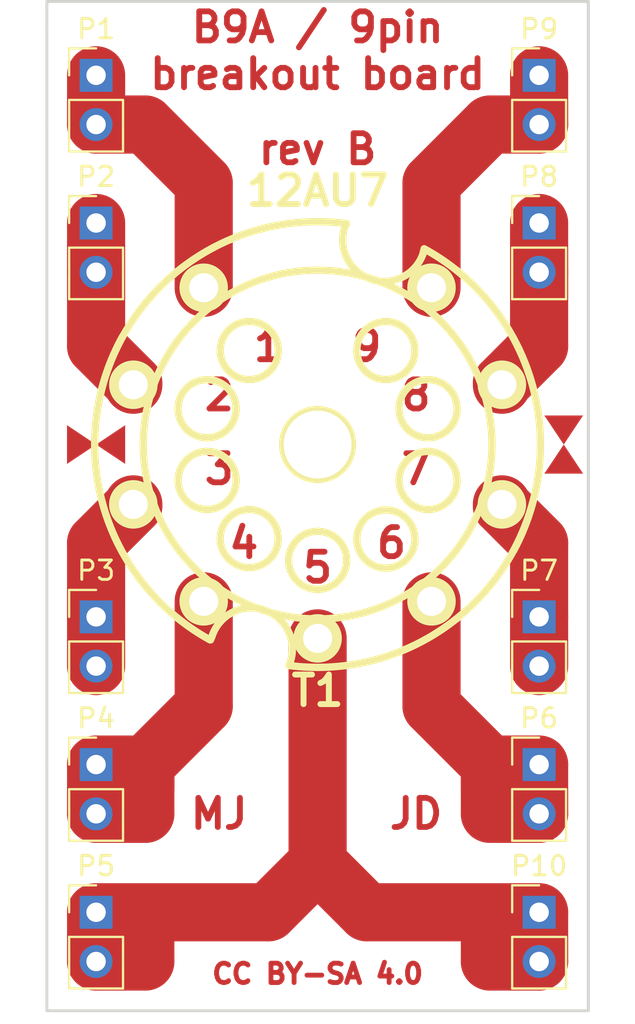
<source format=kicad_pcb>
(kicad_pcb (version 4) (host pcbnew 4.0.5)

  (general
    (links 20)
    (no_connects 0)
    (area 124.976667 73.305 159.503334 127.455)
    (thickness 1.6)
    (drawings 25)
    (tracks 55)
    (zones 0)
    (modules 13)
    (nets 10)
  )

  (page USLetter)
  (title_block
    (title "B9A Breakout Board")
    (date 2017-02-04)
    (rev B)
    (comment 1 "Designed by Michael Jeanson")
    (comment 3 https://creativecommons.org/licenses/by-sa/4.0/)
    (comment 4 "Released under the Creative Commons Attribution-ShareAlike 4.0 License")
  )

  (layers
    (0 F.Cu signal)
    (31 B.Cu signal)
    (32 B.Adhes user)
    (33 F.Adhes user)
    (34 B.Paste user)
    (35 F.Paste user)
    (36 B.SilkS user)
    (37 F.SilkS user)
    (38 B.Mask user)
    (39 F.Mask user)
    (40 Dwgs.User user)
    (41 Cmts.User user)
    (42 Eco1.User user)
    (43 Eco2.User user)
    (44 Edge.Cuts user)
    (45 Margin user)
    (46 B.CrtYd user)
    (47 F.CrtYd user)
    (48 B.Fab user)
    (49 F.Fab user)
  )

  (setup
    (last_trace_width 2)
    (trace_clearance 1)
    (zone_clearance 0.508)
    (zone_45_only no)
    (trace_min 1)
    (segment_width 0.2)
    (edge_width 0.15)
    (via_size 0.6)
    (via_drill 0.4)
    (via_min_size 0.4)
    (via_min_drill 0.3)
    (uvia_size 1)
    (uvia_drill 0.1)
    (uvias_allowed no)
    (uvia_min_size 0.2)
    (uvia_min_drill 0.1)
    (pcb_text_width 0.3)
    (pcb_text_size 1.5 1.5)
    (mod_edge_width 0.15)
    (mod_text_size 1 1)
    (mod_text_width 0.15)
    (pad_size 1.524 1.524)
    (pad_drill 0.762)
    (pad_to_mask_clearance 0.2)
    (aux_axis_origin 0 0)
    (visible_elements 7FFFFFFF)
    (pcbplotparams
      (layerselection 0x00030_80000001)
      (usegerberextensions false)
      (excludeedgelayer true)
      (linewidth 0.100000)
      (plotframeref false)
      (viasonmask false)
      (mode 1)
      (useauxorigin false)
      (hpglpennumber 1)
      (hpglpenspeed 20)
      (hpglpendiameter 15)
      (hpglpenoverlay 2)
      (psnegative false)
      (psa4output false)
      (plotreference true)
      (plotvalue true)
      (plotinvisibletext false)
      (padsonsilk false)
      (subtractmaskfromsilk false)
      (outputformat 1)
      (mirror false)
      (drillshape 1)
      (scaleselection 1)
      (outputdirectory ""))
  )

  (net 0 "")
  (net 1 "Net-(P1-Pad1)")
  (net 2 "Net-(P2-Pad1)")
  (net 3 "Net-(P3-Pad1)")
  (net 4 "Net-(P4-Pad1)")
  (net 5 "Net-(P6-Pad1)")
  (net 6 "Net-(P7-Pad1)")
  (net 7 "Net-(P8-Pad1)")
  (net 8 "Net-(P9-Pad1)")
  (net 9 "Net-(P10-Pad1)")

  (net_class Default "This is the default net class."
    (clearance 1)
    (trace_width 2)
    (via_dia 0.6)
    (via_drill 0.4)
    (uvia_dia 1)
    (uvia_drill 0.1)
  )

  (net_class Etch ""
    (clearance 1)
    (trace_width 3)
    (via_dia 4)
    (via_drill 1)
    (uvia_dia 4)
    (uvia_drill 1)
    (add_net "Net-(P1-Pad1)")
    (add_net "Net-(P10-Pad1)")
    (add_net "Net-(P2-Pad1)")
    (add_net "Net-(P3-Pad1)")
    (add_net "Net-(P4-Pad1)")
    (add_net "Net-(P6-Pad1)")
    (add_net "Net-(P7-Pad1)")
    (add_net "Net-(P8-Pad1)")
    (add_net "Net-(P9-Pad1)")
  )

  (module w_vacuum:socket_gzc9-b (layer F.Cu) (tedit 0) (tstamp 58952A7D)
    (at 142.24 96.52 180)
    (descr "GZC9-B 9-pin vacuum tube socket")
    (path /589529E0)
    (fp_text reference T1 (at 0 -12.7 180) (layer F.SilkS)
      (effects (font (thickness 0.3048)))
    )
    (fp_text value 12AU7 (at 0 13.09878 180) (layer F.SilkS)
      (effects (font (thickness 0.3048)))
    )
    (fp_circle (center -5.69976 -1.85166) (end -4.20116 -1.85166) (layer F.SilkS) (width 0.37846))
    (fp_circle (center -3.52298 -4.87426) (end -2.02438 -4.87426) (layer F.SilkS) (width 0.37846))
    (fp_circle (center -0.00254 -5.97408) (end 1.49606 -5.97408) (layer F.SilkS) (width 0.37846))
    (fp_circle (center 3.52806 -4.84886) (end 5.02666 -4.84886) (layer F.SilkS) (width 0.37846))
    (fp_circle (center 5.69976 -1.84912) (end 7.19836 -1.84912) (layer F.SilkS) (width 0.37846))
    (fp_circle (center 5.7023 1.84912) (end 7.2009 1.84912) (layer F.SilkS) (width 0.37846))
    (fp_circle (center 3.52552 4.8514) (end 5.02412 4.8514) (layer F.SilkS) (width 0.37846))
    (fp_circle (center -3.52298 4.8514) (end -2.02438 4.8514) (layer F.SilkS) (width 0.37846))
    (fp_circle (center -5.69976 1.84912) (end -4.20116 1.84912) (layer F.SilkS) (width 0.37846))
    (fp_line (start -5.4991 10.09904) (end -5.42544 9.79932) (layer F.SilkS) (width 0.37846))
    (fp_line (start -1.50114 11.39952) (end -1.39954 11.19886) (layer F.SilkS) (width 0.37846))
    (fp_line (start 5.5245 -10.07618) (end 5.45084 -9.90092) (layer F.SilkS) (width 0.37846))
    (fp_line (start 1.47574 -11.39952) (end 1.39954 -11.19886) (layer F.SilkS) (width 0.37846))
    (fp_arc (start 0 0) (end 11.39952 1.50114) (angle 90) (layer F.SilkS) (width 0.37846))
    (fp_arc (start 0 0) (end 5.5499 -10.07618) (angle 90) (layer F.SilkS) (width 0.37846))
    (fp_arc (start 0 0) (end -11.39952 -1.47574) (angle 90) (layer F.SilkS) (width 0.37846))
    (fp_arc (start 0 0) (end -5.4991 10.09904) (angle 90) (layer F.SilkS) (width 0.37846))
    (fp_arc (start -3.42392 10.55116) (end -5.45084 9.87552) (angle 90) (layer F.SilkS) (width 0.37846))
    (fp_arc (start -3.42392 10.55116) (end -2.77622 8.52424) (angle 90) (layer F.SilkS) (width 0.37846))
    (fp_arc (start 3.42392 -10.55116) (end 5.45084 -9.90092) (angle 90) (layer F.SilkS) (width 0.37846))
    (fp_arc (start 3.42392 -10.55116) (end 2.79908 -8.52424) (angle 90) (layer F.SilkS) (width 0.37846))
    (fp_circle (center 0 0) (end 1.80086 0) (layer F.SilkS) (width 0.37846))
    (fp_circle (center 0 0) (end 8.99668 0) (layer F.SilkS) (width 0.37846))
    (pad 9 thru_hole circle (at -5.87756 8.0899 180) (size 2.49936 2.49936) (drill 1.4986) (layers *.Cu *.Mask F.SilkS)
      (net 8 "Net-(P9-Pad1)"))
    (pad 8 thru_hole circle (at -9.50976 3.0861 180) (size 2.49936 2.49936) (drill 1.4986) (layers *.Cu *.Mask F.SilkS)
      (net 7 "Net-(P8-Pad1)"))
    (pad 7 thru_hole circle (at -9.50976 -3.0861 180) (size 2.49936 2.49936) (drill 1.4986) (layers *.Cu *.Mask F.SilkS)
      (net 6 "Net-(P7-Pad1)"))
    (pad 6 thru_hole circle (at -5.87756 -8.0899 180) (size 2.49936 2.49936) (drill 1.4986) (layers *.Cu *.Mask F.SilkS)
      (net 5 "Net-(P6-Pad1)"))
    (pad 5 thru_hole circle (at 0 -9.99998 180) (size 2.49936 2.49936) (drill 1.4986) (layers *.Cu *.Mask F.SilkS)
      (net 9 "Net-(P10-Pad1)"))
    (pad 4 thru_hole circle (at 5.87756 -8.0899 180) (size 2.49936 2.49936) (drill 1.4986) (layers *.Cu *.Mask F.SilkS)
      (net 4 "Net-(P4-Pad1)"))
    (pad 3 thru_hole circle (at 9.50976 -3.0861 180) (size 2.49936 2.49936) (drill 1.4986) (layers *.Cu *.Mask F.SilkS)
      (net 3 "Net-(P3-Pad1)"))
    (pad 2 thru_hole circle (at 9.50976 3.0861 180) (size 2.49936 2.49936) (drill 1.4986) (layers *.Cu *.Mask F.SilkS)
      (net 2 "Net-(P2-Pad1)"))
    (pad 1 thru_hole circle (at 5.87756 8.0899 180) (size 2.49936 2.49936) (drill 1.4986) (layers *.Cu *.Mask F.SilkS)
      (net 1 "Net-(P1-Pad1)"))
    (pad "" np_thru_hole circle (at 0 0 180) (size 3.49758 3.49758) (drill 3.49758) (layers *.Cu *.Mask F.SilkS))
    (model walter/vacuum/socket_gzc9-b.wrl
      (at (xyz 0 0 0))
      (scale (xyz 1 1 1))
      (rotate (xyz 0 0 0))
    )
  )

  (module Pin_Headers:Pin_Header_Straight_1x02_Pitch2.54mm (layer F.Cu) (tedit 5862ED52) (tstamp 58953A6A)
    (at 130.81 77.47)
    (descr "Through hole straight pin header, 1x02, 2.54mm pitch, single row")
    (tags "Through hole pin header THT 1x02 2.54mm single row")
    (path /58953882)
    (fp_text reference P1 (at 0 -2.39) (layer F.SilkS)
      (effects (font (size 1 1) (thickness 0.15)))
    )
    (fp_text value CONN_01X02 (at 0 4.93) (layer F.Fab)
      (effects (font (size 1 1) (thickness 0.15)))
    )
    (fp_line (start -1.27 -1.27) (end -1.27 3.81) (layer F.Fab) (width 0.1))
    (fp_line (start -1.27 3.81) (end 1.27 3.81) (layer F.Fab) (width 0.1))
    (fp_line (start 1.27 3.81) (end 1.27 -1.27) (layer F.Fab) (width 0.1))
    (fp_line (start 1.27 -1.27) (end -1.27 -1.27) (layer F.Fab) (width 0.1))
    (fp_line (start -1.39 1.27) (end -1.39 3.93) (layer F.SilkS) (width 0.12))
    (fp_line (start -1.39 3.93) (end 1.39 3.93) (layer F.SilkS) (width 0.12))
    (fp_line (start 1.39 3.93) (end 1.39 1.27) (layer F.SilkS) (width 0.12))
    (fp_line (start 1.39 1.27) (end -1.39 1.27) (layer F.SilkS) (width 0.12))
    (fp_line (start -1.39 0) (end -1.39 -1.39) (layer F.SilkS) (width 0.12))
    (fp_line (start -1.39 -1.39) (end 0 -1.39) (layer F.SilkS) (width 0.12))
    (fp_line (start -1.6 -1.6) (end -1.6 4.1) (layer F.CrtYd) (width 0.05))
    (fp_line (start -1.6 4.1) (end 1.6 4.1) (layer F.CrtYd) (width 0.05))
    (fp_line (start 1.6 4.1) (end 1.6 -1.6) (layer F.CrtYd) (width 0.05))
    (fp_line (start 1.6 -1.6) (end -1.6 -1.6) (layer F.CrtYd) (width 0.05))
    (pad 1 thru_hole rect (at 0 0) (size 1.7 1.7) (drill 1) (layers *.Cu *.Mask)
      (net 1 "Net-(P1-Pad1)"))
    (pad 2 thru_hole oval (at 0 2.54) (size 1.7 1.7) (drill 1) (layers *.Cu *.Mask)
      (net 1 "Net-(P1-Pad1)"))
    (model Pin_Headers.3dshapes/Pin_Header_Straight_1x02_Pitch2.54mm.wrl
      (at (xyz 0 -0.05 0))
      (scale (xyz 1 1 1))
      (rotate (xyz 0 0 90))
    )
  )

  (module Pin_Headers:Pin_Header_Straight_1x02_Pitch2.54mm (layer F.Cu) (tedit 5862ED52) (tstamp 58953A70)
    (at 130.81 85.09)
    (descr "Through hole straight pin header, 1x02, 2.54mm pitch, single row")
    (tags "Through hole pin header THT 1x02 2.54mm single row")
    (path /5895393F)
    (fp_text reference P2 (at 0 -2.39) (layer F.SilkS)
      (effects (font (size 1 1) (thickness 0.15)))
    )
    (fp_text value CONN_01X02 (at 0 4.93) (layer F.Fab)
      (effects (font (size 1 1) (thickness 0.15)))
    )
    (fp_line (start -1.27 -1.27) (end -1.27 3.81) (layer F.Fab) (width 0.1))
    (fp_line (start -1.27 3.81) (end 1.27 3.81) (layer F.Fab) (width 0.1))
    (fp_line (start 1.27 3.81) (end 1.27 -1.27) (layer F.Fab) (width 0.1))
    (fp_line (start 1.27 -1.27) (end -1.27 -1.27) (layer F.Fab) (width 0.1))
    (fp_line (start -1.39 1.27) (end -1.39 3.93) (layer F.SilkS) (width 0.12))
    (fp_line (start -1.39 3.93) (end 1.39 3.93) (layer F.SilkS) (width 0.12))
    (fp_line (start 1.39 3.93) (end 1.39 1.27) (layer F.SilkS) (width 0.12))
    (fp_line (start 1.39 1.27) (end -1.39 1.27) (layer F.SilkS) (width 0.12))
    (fp_line (start -1.39 0) (end -1.39 -1.39) (layer F.SilkS) (width 0.12))
    (fp_line (start -1.39 -1.39) (end 0 -1.39) (layer F.SilkS) (width 0.12))
    (fp_line (start -1.6 -1.6) (end -1.6 4.1) (layer F.CrtYd) (width 0.05))
    (fp_line (start -1.6 4.1) (end 1.6 4.1) (layer F.CrtYd) (width 0.05))
    (fp_line (start 1.6 4.1) (end 1.6 -1.6) (layer F.CrtYd) (width 0.05))
    (fp_line (start 1.6 -1.6) (end -1.6 -1.6) (layer F.CrtYd) (width 0.05))
    (pad 1 thru_hole rect (at 0 0) (size 1.7 1.7) (drill 1) (layers *.Cu *.Mask)
      (net 2 "Net-(P2-Pad1)"))
    (pad 2 thru_hole oval (at 0 2.54) (size 1.7 1.7) (drill 1) (layers *.Cu *.Mask)
      (net 2 "Net-(P2-Pad1)"))
    (model Pin_Headers.3dshapes/Pin_Header_Straight_1x02_Pitch2.54mm.wrl
      (at (xyz 0 -0.05 0))
      (scale (xyz 1 1 1))
      (rotate (xyz 0 0 90))
    )
  )

  (module Pin_Headers:Pin_Header_Straight_1x02_Pitch2.54mm (layer F.Cu) (tedit 5862ED52) (tstamp 58953A76)
    (at 130.81 105.41)
    (descr "Through hole straight pin header, 1x02, 2.54mm pitch, single row")
    (tags "Through hole pin header THT 1x02 2.54mm single row")
    (path /58953966)
    (fp_text reference P3 (at 0 -2.39) (layer F.SilkS)
      (effects (font (size 1 1) (thickness 0.15)))
    )
    (fp_text value CONN_01X02 (at 0 4.93) (layer F.Fab)
      (effects (font (size 1 1) (thickness 0.15)))
    )
    (fp_line (start -1.27 -1.27) (end -1.27 3.81) (layer F.Fab) (width 0.1))
    (fp_line (start -1.27 3.81) (end 1.27 3.81) (layer F.Fab) (width 0.1))
    (fp_line (start 1.27 3.81) (end 1.27 -1.27) (layer F.Fab) (width 0.1))
    (fp_line (start 1.27 -1.27) (end -1.27 -1.27) (layer F.Fab) (width 0.1))
    (fp_line (start -1.39 1.27) (end -1.39 3.93) (layer F.SilkS) (width 0.12))
    (fp_line (start -1.39 3.93) (end 1.39 3.93) (layer F.SilkS) (width 0.12))
    (fp_line (start 1.39 3.93) (end 1.39 1.27) (layer F.SilkS) (width 0.12))
    (fp_line (start 1.39 1.27) (end -1.39 1.27) (layer F.SilkS) (width 0.12))
    (fp_line (start -1.39 0) (end -1.39 -1.39) (layer F.SilkS) (width 0.12))
    (fp_line (start -1.39 -1.39) (end 0 -1.39) (layer F.SilkS) (width 0.12))
    (fp_line (start -1.6 -1.6) (end -1.6 4.1) (layer F.CrtYd) (width 0.05))
    (fp_line (start -1.6 4.1) (end 1.6 4.1) (layer F.CrtYd) (width 0.05))
    (fp_line (start 1.6 4.1) (end 1.6 -1.6) (layer F.CrtYd) (width 0.05))
    (fp_line (start 1.6 -1.6) (end -1.6 -1.6) (layer F.CrtYd) (width 0.05))
    (pad 1 thru_hole rect (at 0 0) (size 1.7 1.7) (drill 1) (layers *.Cu *.Mask)
      (net 3 "Net-(P3-Pad1)"))
    (pad 2 thru_hole oval (at 0 2.54) (size 1.7 1.7) (drill 1) (layers *.Cu *.Mask)
      (net 3 "Net-(P3-Pad1)"))
    (model Pin_Headers.3dshapes/Pin_Header_Straight_1x02_Pitch2.54mm.wrl
      (at (xyz 0 -0.05 0))
      (scale (xyz 1 1 1))
      (rotate (xyz 0 0 90))
    )
  )

  (module Pin_Headers:Pin_Header_Straight_1x02_Pitch2.54mm (layer F.Cu) (tedit 5862ED52) (tstamp 58953A7C)
    (at 130.81 113.03)
    (descr "Through hole straight pin header, 1x02, 2.54mm pitch, single row")
    (tags "Through hole pin header THT 1x02 2.54mm single row")
    (path /58953990)
    (fp_text reference P4 (at 0 -2.39) (layer F.SilkS)
      (effects (font (size 1 1) (thickness 0.15)))
    )
    (fp_text value CONN_01X02 (at 0 4.93) (layer F.Fab)
      (effects (font (size 1 1) (thickness 0.15)))
    )
    (fp_line (start -1.27 -1.27) (end -1.27 3.81) (layer F.Fab) (width 0.1))
    (fp_line (start -1.27 3.81) (end 1.27 3.81) (layer F.Fab) (width 0.1))
    (fp_line (start 1.27 3.81) (end 1.27 -1.27) (layer F.Fab) (width 0.1))
    (fp_line (start 1.27 -1.27) (end -1.27 -1.27) (layer F.Fab) (width 0.1))
    (fp_line (start -1.39 1.27) (end -1.39 3.93) (layer F.SilkS) (width 0.12))
    (fp_line (start -1.39 3.93) (end 1.39 3.93) (layer F.SilkS) (width 0.12))
    (fp_line (start 1.39 3.93) (end 1.39 1.27) (layer F.SilkS) (width 0.12))
    (fp_line (start 1.39 1.27) (end -1.39 1.27) (layer F.SilkS) (width 0.12))
    (fp_line (start -1.39 0) (end -1.39 -1.39) (layer F.SilkS) (width 0.12))
    (fp_line (start -1.39 -1.39) (end 0 -1.39) (layer F.SilkS) (width 0.12))
    (fp_line (start -1.6 -1.6) (end -1.6 4.1) (layer F.CrtYd) (width 0.05))
    (fp_line (start -1.6 4.1) (end 1.6 4.1) (layer F.CrtYd) (width 0.05))
    (fp_line (start 1.6 4.1) (end 1.6 -1.6) (layer F.CrtYd) (width 0.05))
    (fp_line (start 1.6 -1.6) (end -1.6 -1.6) (layer F.CrtYd) (width 0.05))
    (pad 1 thru_hole rect (at 0 0) (size 1.7 1.7) (drill 1) (layers *.Cu *.Mask)
      (net 4 "Net-(P4-Pad1)"))
    (pad 2 thru_hole oval (at 0 2.54) (size 1.7 1.7) (drill 1) (layers *.Cu *.Mask)
      (net 4 "Net-(P4-Pad1)"))
    (model Pin_Headers.3dshapes/Pin_Header_Straight_1x02_Pitch2.54mm.wrl
      (at (xyz 0 -0.05 0))
      (scale (xyz 1 1 1))
      (rotate (xyz 0 0 90))
    )
  )

  (module Pin_Headers:Pin_Header_Straight_1x02_Pitch2.54mm (layer F.Cu) (tedit 5862ED52) (tstamp 58953A82)
    (at 130.81 120.65)
    (descr "Through hole straight pin header, 1x02, 2.54mm pitch, single row")
    (tags "Through hole pin header THT 1x02 2.54mm single row")
    (path /58953AC0)
    (fp_text reference P5 (at 0 -2.39) (layer F.SilkS)
      (effects (font (size 1 1) (thickness 0.15)))
    )
    (fp_text value CONN_01X02 (at 0 4.93) (layer F.Fab)
      (effects (font (size 1 1) (thickness 0.15)))
    )
    (fp_line (start -1.27 -1.27) (end -1.27 3.81) (layer F.Fab) (width 0.1))
    (fp_line (start -1.27 3.81) (end 1.27 3.81) (layer F.Fab) (width 0.1))
    (fp_line (start 1.27 3.81) (end 1.27 -1.27) (layer F.Fab) (width 0.1))
    (fp_line (start 1.27 -1.27) (end -1.27 -1.27) (layer F.Fab) (width 0.1))
    (fp_line (start -1.39 1.27) (end -1.39 3.93) (layer F.SilkS) (width 0.12))
    (fp_line (start -1.39 3.93) (end 1.39 3.93) (layer F.SilkS) (width 0.12))
    (fp_line (start 1.39 3.93) (end 1.39 1.27) (layer F.SilkS) (width 0.12))
    (fp_line (start 1.39 1.27) (end -1.39 1.27) (layer F.SilkS) (width 0.12))
    (fp_line (start -1.39 0) (end -1.39 -1.39) (layer F.SilkS) (width 0.12))
    (fp_line (start -1.39 -1.39) (end 0 -1.39) (layer F.SilkS) (width 0.12))
    (fp_line (start -1.6 -1.6) (end -1.6 4.1) (layer F.CrtYd) (width 0.05))
    (fp_line (start -1.6 4.1) (end 1.6 4.1) (layer F.CrtYd) (width 0.05))
    (fp_line (start 1.6 4.1) (end 1.6 -1.6) (layer F.CrtYd) (width 0.05))
    (fp_line (start 1.6 -1.6) (end -1.6 -1.6) (layer F.CrtYd) (width 0.05))
    (pad 1 thru_hole rect (at 0 0) (size 1.7 1.7) (drill 1) (layers *.Cu *.Mask)
      (net 9 "Net-(P10-Pad1)"))
    (pad 2 thru_hole oval (at 0 2.54) (size 1.7 1.7) (drill 1) (layers *.Cu *.Mask)
      (net 9 "Net-(P10-Pad1)"))
    (model Pin_Headers.3dshapes/Pin_Header_Straight_1x02_Pitch2.54mm.wrl
      (at (xyz 0 -0.05 0))
      (scale (xyz 1 1 1))
      (rotate (xyz 0 0 90))
    )
  )

  (module Pin_Headers:Pin_Header_Straight_1x02_Pitch2.54mm (layer F.Cu) (tedit 5862ED52) (tstamp 58953A88)
    (at 153.67 113.03)
    (descr "Through hole straight pin header, 1x02, 2.54mm pitch, single row")
    (tags "Through hole pin header THT 1x02 2.54mm single row")
    (path /58953B2B)
    (fp_text reference P6 (at 0 -2.39) (layer F.SilkS)
      (effects (font (size 1 1) (thickness 0.15)))
    )
    (fp_text value CONN_01X02 (at 0 4.93) (layer F.Fab)
      (effects (font (size 1 1) (thickness 0.15)))
    )
    (fp_line (start -1.27 -1.27) (end -1.27 3.81) (layer F.Fab) (width 0.1))
    (fp_line (start -1.27 3.81) (end 1.27 3.81) (layer F.Fab) (width 0.1))
    (fp_line (start 1.27 3.81) (end 1.27 -1.27) (layer F.Fab) (width 0.1))
    (fp_line (start 1.27 -1.27) (end -1.27 -1.27) (layer F.Fab) (width 0.1))
    (fp_line (start -1.39 1.27) (end -1.39 3.93) (layer F.SilkS) (width 0.12))
    (fp_line (start -1.39 3.93) (end 1.39 3.93) (layer F.SilkS) (width 0.12))
    (fp_line (start 1.39 3.93) (end 1.39 1.27) (layer F.SilkS) (width 0.12))
    (fp_line (start 1.39 1.27) (end -1.39 1.27) (layer F.SilkS) (width 0.12))
    (fp_line (start -1.39 0) (end -1.39 -1.39) (layer F.SilkS) (width 0.12))
    (fp_line (start -1.39 -1.39) (end 0 -1.39) (layer F.SilkS) (width 0.12))
    (fp_line (start -1.6 -1.6) (end -1.6 4.1) (layer F.CrtYd) (width 0.05))
    (fp_line (start -1.6 4.1) (end 1.6 4.1) (layer F.CrtYd) (width 0.05))
    (fp_line (start 1.6 4.1) (end 1.6 -1.6) (layer F.CrtYd) (width 0.05))
    (fp_line (start 1.6 -1.6) (end -1.6 -1.6) (layer F.CrtYd) (width 0.05))
    (pad 1 thru_hole rect (at 0 0) (size 1.7 1.7) (drill 1) (layers *.Cu *.Mask)
      (net 5 "Net-(P6-Pad1)"))
    (pad 2 thru_hole oval (at 0 2.54) (size 1.7 1.7) (drill 1) (layers *.Cu *.Mask)
      (net 5 "Net-(P6-Pad1)"))
    (model Pin_Headers.3dshapes/Pin_Header_Straight_1x02_Pitch2.54mm.wrl
      (at (xyz 0 -0.05 0))
      (scale (xyz 1 1 1))
      (rotate (xyz 0 0 90))
    )
  )

  (module Pin_Headers:Pin_Header_Straight_1x02_Pitch2.54mm (layer F.Cu) (tedit 5862ED52) (tstamp 58953A8E)
    (at 153.67 105.41)
    (descr "Through hole straight pin header, 1x02, 2.54mm pitch, single row")
    (tags "Through hole pin header THT 1x02 2.54mm single row")
    (path /58953AF4)
    (fp_text reference P7 (at 0 -2.39) (layer F.SilkS)
      (effects (font (size 1 1) (thickness 0.15)))
    )
    (fp_text value CONN_01X02 (at 0 4.93) (layer F.Fab)
      (effects (font (size 1 1) (thickness 0.15)))
    )
    (fp_line (start -1.27 -1.27) (end -1.27 3.81) (layer F.Fab) (width 0.1))
    (fp_line (start -1.27 3.81) (end 1.27 3.81) (layer F.Fab) (width 0.1))
    (fp_line (start 1.27 3.81) (end 1.27 -1.27) (layer F.Fab) (width 0.1))
    (fp_line (start 1.27 -1.27) (end -1.27 -1.27) (layer F.Fab) (width 0.1))
    (fp_line (start -1.39 1.27) (end -1.39 3.93) (layer F.SilkS) (width 0.12))
    (fp_line (start -1.39 3.93) (end 1.39 3.93) (layer F.SilkS) (width 0.12))
    (fp_line (start 1.39 3.93) (end 1.39 1.27) (layer F.SilkS) (width 0.12))
    (fp_line (start 1.39 1.27) (end -1.39 1.27) (layer F.SilkS) (width 0.12))
    (fp_line (start -1.39 0) (end -1.39 -1.39) (layer F.SilkS) (width 0.12))
    (fp_line (start -1.39 -1.39) (end 0 -1.39) (layer F.SilkS) (width 0.12))
    (fp_line (start -1.6 -1.6) (end -1.6 4.1) (layer F.CrtYd) (width 0.05))
    (fp_line (start -1.6 4.1) (end 1.6 4.1) (layer F.CrtYd) (width 0.05))
    (fp_line (start 1.6 4.1) (end 1.6 -1.6) (layer F.CrtYd) (width 0.05))
    (fp_line (start 1.6 -1.6) (end -1.6 -1.6) (layer F.CrtYd) (width 0.05))
    (pad 1 thru_hole rect (at 0 0) (size 1.7 1.7) (drill 1) (layers *.Cu *.Mask)
      (net 6 "Net-(P7-Pad1)"))
    (pad 2 thru_hole oval (at 0 2.54) (size 1.7 1.7) (drill 1) (layers *.Cu *.Mask)
      (net 6 "Net-(P7-Pad1)"))
    (model Pin_Headers.3dshapes/Pin_Header_Straight_1x02_Pitch2.54mm.wrl
      (at (xyz 0 -0.05 0))
      (scale (xyz 1 1 1))
      (rotate (xyz 0 0 90))
    )
  )

  (module Pin_Headers:Pin_Header_Straight_1x02_Pitch2.54mm (layer F.Cu) (tedit 5862ED52) (tstamp 58953A94)
    (at 153.67 85.09)
    (descr "Through hole straight pin header, 1x02, 2.54mm pitch, single row")
    (tags "Through hole pin header THT 1x02 2.54mm single row")
    (path /58953A17)
    (fp_text reference P8 (at 0 -2.39) (layer F.SilkS)
      (effects (font (size 1 1) (thickness 0.15)))
    )
    (fp_text value CONN_01X02 (at 0 4.93) (layer F.Fab)
      (effects (font (size 1 1) (thickness 0.15)))
    )
    (fp_line (start -1.27 -1.27) (end -1.27 3.81) (layer F.Fab) (width 0.1))
    (fp_line (start -1.27 3.81) (end 1.27 3.81) (layer F.Fab) (width 0.1))
    (fp_line (start 1.27 3.81) (end 1.27 -1.27) (layer F.Fab) (width 0.1))
    (fp_line (start 1.27 -1.27) (end -1.27 -1.27) (layer F.Fab) (width 0.1))
    (fp_line (start -1.39 1.27) (end -1.39 3.93) (layer F.SilkS) (width 0.12))
    (fp_line (start -1.39 3.93) (end 1.39 3.93) (layer F.SilkS) (width 0.12))
    (fp_line (start 1.39 3.93) (end 1.39 1.27) (layer F.SilkS) (width 0.12))
    (fp_line (start 1.39 1.27) (end -1.39 1.27) (layer F.SilkS) (width 0.12))
    (fp_line (start -1.39 0) (end -1.39 -1.39) (layer F.SilkS) (width 0.12))
    (fp_line (start -1.39 -1.39) (end 0 -1.39) (layer F.SilkS) (width 0.12))
    (fp_line (start -1.6 -1.6) (end -1.6 4.1) (layer F.CrtYd) (width 0.05))
    (fp_line (start -1.6 4.1) (end 1.6 4.1) (layer F.CrtYd) (width 0.05))
    (fp_line (start 1.6 4.1) (end 1.6 -1.6) (layer F.CrtYd) (width 0.05))
    (fp_line (start 1.6 -1.6) (end -1.6 -1.6) (layer F.CrtYd) (width 0.05))
    (pad 1 thru_hole rect (at 0 0) (size 1.7 1.7) (drill 1) (layers *.Cu *.Mask)
      (net 7 "Net-(P8-Pad1)"))
    (pad 2 thru_hole oval (at 0 2.54) (size 1.7 1.7) (drill 1) (layers *.Cu *.Mask)
      (net 7 "Net-(P8-Pad1)"))
    (model Pin_Headers.3dshapes/Pin_Header_Straight_1x02_Pitch2.54mm.wrl
      (at (xyz 0 -0.05 0))
      (scale (xyz 1 1 1))
      (rotate (xyz 0 0 90))
    )
  )

  (module Pin_Headers:Pin_Header_Straight_1x02_Pitch2.54mm (layer F.Cu) (tedit 5862ED52) (tstamp 58953A9A)
    (at 153.67 77.47)
    (descr "Through hole straight pin header, 1x02, 2.54mm pitch, single row")
    (tags "Through hole pin header THT 1x02 2.54mm single row")
    (path /589539BD)
    (fp_text reference P9 (at 0 -2.39) (layer F.SilkS)
      (effects (font (size 1 1) (thickness 0.15)))
    )
    (fp_text value CONN_01X02 (at 0 4.93) (layer F.Fab)
      (effects (font (size 1 1) (thickness 0.15)))
    )
    (fp_line (start -1.27 -1.27) (end -1.27 3.81) (layer F.Fab) (width 0.1))
    (fp_line (start -1.27 3.81) (end 1.27 3.81) (layer F.Fab) (width 0.1))
    (fp_line (start 1.27 3.81) (end 1.27 -1.27) (layer F.Fab) (width 0.1))
    (fp_line (start 1.27 -1.27) (end -1.27 -1.27) (layer F.Fab) (width 0.1))
    (fp_line (start -1.39 1.27) (end -1.39 3.93) (layer F.SilkS) (width 0.12))
    (fp_line (start -1.39 3.93) (end 1.39 3.93) (layer F.SilkS) (width 0.12))
    (fp_line (start 1.39 3.93) (end 1.39 1.27) (layer F.SilkS) (width 0.12))
    (fp_line (start 1.39 1.27) (end -1.39 1.27) (layer F.SilkS) (width 0.12))
    (fp_line (start -1.39 0) (end -1.39 -1.39) (layer F.SilkS) (width 0.12))
    (fp_line (start -1.39 -1.39) (end 0 -1.39) (layer F.SilkS) (width 0.12))
    (fp_line (start -1.6 -1.6) (end -1.6 4.1) (layer F.CrtYd) (width 0.05))
    (fp_line (start -1.6 4.1) (end 1.6 4.1) (layer F.CrtYd) (width 0.05))
    (fp_line (start 1.6 4.1) (end 1.6 -1.6) (layer F.CrtYd) (width 0.05))
    (fp_line (start 1.6 -1.6) (end -1.6 -1.6) (layer F.CrtYd) (width 0.05))
    (pad 1 thru_hole rect (at 0 0) (size 1.7 1.7) (drill 1) (layers *.Cu *.Mask)
      (net 8 "Net-(P9-Pad1)"))
    (pad 2 thru_hole oval (at 0 2.54) (size 1.7 1.7) (drill 1) (layers *.Cu *.Mask)
      (net 8 "Net-(P9-Pad1)"))
    (model Pin_Headers.3dshapes/Pin_Header_Straight_1x02_Pitch2.54mm.wrl
      (at (xyz 0 -0.05 0))
      (scale (xyz 1 1 1))
      (rotate (xyz 0 0 90))
    )
  )

  (module mjeanson:align (layer F.Cu) (tedit 0) (tstamp 589554ED)
    (at 154.94 96.52 90)
    (descr ALIGN)
    (fp_text reference "" (at 0 0 90) (layer F.SilkS)
      (effects (font (thickness 0.15)))
    )
    (fp_text value "" (at 0 0 90) (layer F.SilkS)
      (effects (font (thickness 0.15)))
    )
    (fp_poly (pts (xy 0 0) (xy 1.5 -1) (xy 1.5 1) (xy 0 0)) (layer F.Cu) (width 0))
    (fp_poly (pts (xy 0 0) (xy -1.5 1) (xy -1.5 -1) (xy 0 0)) (layer F.Cu) (width 0))
  )

  (module mjeanson:align (layer F.Cu) (tedit 0) (tstamp 589554FF)
    (at 130.81 96.52)
    (descr ALIGN)
    (fp_text reference "" (at 0 0) (layer F.SilkS)
      (effects (font (thickness 0.15)))
    )
    (fp_text value "" (at 0 0) (layer F.SilkS)
      (effects (font (thickness 0.15)))
    )
    (fp_poly (pts (xy 0 0) (xy 1.5 -1) (xy 1.5 1) (xy 0 0)) (layer F.Cu) (width 0))
    (fp_poly (pts (xy 0 0) (xy -1.5 1) (xy -1.5 -1) (xy 0 0)) (layer F.Cu) (width 0))
  )

  (module Pin_Headers:Pin_Header_Straight_1x02_Pitch2.54mm (layer F.Cu) (tedit 5862ED52) (tstamp 58962BFF)
    (at 153.67 120.65)
    (descr "Through hole straight pin header, 1x02, 2.54mm pitch, single row")
    (tags "Through hole pin header THT 1x02 2.54mm single row")
    (path /58962D10)
    (fp_text reference P10 (at 0 -2.39) (layer F.SilkS)
      (effects (font (size 1 1) (thickness 0.15)))
    )
    (fp_text value CONN_01X02 (at 0 4.93) (layer F.Fab)
      (effects (font (size 1 1) (thickness 0.15)))
    )
    (fp_line (start -1.27 -1.27) (end -1.27 3.81) (layer F.Fab) (width 0.1))
    (fp_line (start -1.27 3.81) (end 1.27 3.81) (layer F.Fab) (width 0.1))
    (fp_line (start 1.27 3.81) (end 1.27 -1.27) (layer F.Fab) (width 0.1))
    (fp_line (start 1.27 -1.27) (end -1.27 -1.27) (layer F.Fab) (width 0.1))
    (fp_line (start -1.39 1.27) (end -1.39 3.93) (layer F.SilkS) (width 0.12))
    (fp_line (start -1.39 3.93) (end 1.39 3.93) (layer F.SilkS) (width 0.12))
    (fp_line (start 1.39 3.93) (end 1.39 1.27) (layer F.SilkS) (width 0.12))
    (fp_line (start 1.39 1.27) (end -1.39 1.27) (layer F.SilkS) (width 0.12))
    (fp_line (start -1.39 0) (end -1.39 -1.39) (layer F.SilkS) (width 0.12))
    (fp_line (start -1.39 -1.39) (end 0 -1.39) (layer F.SilkS) (width 0.12))
    (fp_line (start -1.6 -1.6) (end -1.6 4.1) (layer F.CrtYd) (width 0.05))
    (fp_line (start -1.6 4.1) (end 1.6 4.1) (layer F.CrtYd) (width 0.05))
    (fp_line (start 1.6 4.1) (end 1.6 -1.6) (layer F.CrtYd) (width 0.05))
    (fp_line (start 1.6 -1.6) (end -1.6 -1.6) (layer F.CrtYd) (width 0.05))
    (pad 1 thru_hole rect (at 0 0) (size 1.7 1.7) (drill 1) (layers *.Cu *.Mask)
      (net 9 "Net-(P10-Pad1)"))
    (pad 2 thru_hole oval (at 0 2.54) (size 1.7 1.7) (drill 1) (layers *.Cu *.Mask)
      (net 9 "Net-(P10-Pad1)"))
    (model Pin_Headers.3dshapes/Pin_Header_Straight_1x02_Pitch2.54mm.wrl
      (at (xyz 0 -0.05 0))
      (scale (xyz 1 1 1))
      (rotate (xyz 0 0 90))
    )
  )

  (gr_text "CC BY-SA 4.0" (at 142.24 123.825) (layer F.Cu)
    (effects (font (size 1 1) (thickness 0.25)))
  )
  (gr_line (start 156.21 125.73) (end 156.21 120.65) (angle 90) (layer Edge.Cuts) (width 0.15))
  (gr_line (start 128.27 125.73) (end 156.21 125.73) (angle 90) (layer Edge.Cuts) (width 0.15))
  (gr_line (start 128.27 120.65) (end 128.27 125.73) (angle 90) (layer Edge.Cuts) (width 0.15))
  (gr_line (start 156.21 73.66) (end 156.21 80.01) (angle 90) (layer Edge.Cuts) (width 0.15))
  (gr_line (start 128.27 73.66) (end 156.21 73.66) (angle 90) (layer Edge.Cuts) (width 0.15))
  (gr_line (start 128.27 74.93) (end 128.27 73.66) (angle 90) (layer Edge.Cuts) (width 0.15))
  (gr_line (start 128.27 80.01) (end 128.27 74.93) (angle 90) (layer Edge.Cuts) (width 0.15))
  (gr_line (start 156.21 120.65) (end 156.21 113.03) (angle 90) (layer Edge.Cuts) (width 0.15))
  (gr_line (start 128.27 113.03) (end 128.27 120.65) (angle 90) (layer Edge.Cuts) (width 0.15))
  (gr_text "B9A / 9pin\nbreakout board" (at 142.24 76.2) (layer F.Cu)
    (effects (font (size 1.5 1.5) (thickness 0.3)))
  )
  (gr_line (start 128.27 113.03) (end 128.27 80.01) (angle 90) (layer Edge.Cuts) (width 0.15))
  (gr_line (start 156.21 113.03) (end 156.21 80.01) (angle 90) (layer Edge.Cuts) (width 0.15))
  (gr_text JD (at 147.32 115.57) (layer F.Cu)
    (effects (font (size 1.5 1.5) (thickness 0.3)))
  )
  (gr_text MJ (at 137.16 115.57) (layer F.Cu)
    (effects (font (size 1.5 1.5) (thickness 0.3)))
  )
  (gr_text "rev B" (at 142.24 81.28) (layer F.Cu)
    (effects (font (size 1.5 1.5) (thickness 0.3)))
  )
  (gr_text 9 (at 144.78 91.44) (layer F.Cu)
    (effects (font (size 1.5 1.5) (thickness 0.3)))
  )
  (gr_text 8 (at 147.32 93.98) (layer F.Cu)
    (effects (font (size 1.5 1.5) (thickness 0.3)))
  )
  (gr_text 7 (at 147.32 97.79) (layer F.Cu)
    (effects (font (size 1.5 1.5) (thickness 0.3)))
  )
  (gr_text 6 (at 146.05 101.6) (layer F.Cu)
    (effects (font (size 1.5 1.5) (thickness 0.3)))
  )
  (gr_text 5 (at 142.24 102.87) (layer F.Cu)
    (effects (font (size 1.5 1.5) (thickness 0.3)))
  )
  (gr_text 4 (at 138.43 101.6) (layer F.Cu)
    (effects (font (size 1.5 1.5) (thickness 0.3)))
  )
  (gr_text 3 (at 137.16 97.79) (layer F.Cu)
    (effects (font (size 1.5 1.5) (thickness 0.3)))
  )
  (gr_text 2 (at 137.16 93.98) (layer F.Cu)
    (effects (font (size 1.5 1.5) (thickness 0.3)))
  )
  (gr_text 1 (at 139.7 91.44) (layer F.Cu)
    (effects (font (size 1.5 1.5) (thickness 0.3)))
  )

  (segment (start 130.81 80.01) (end 130.81 77.47) (width 3) (layer F.Cu) (net 1))
  (segment (start 136.36244 88.4301) (end 136.36244 83.02244) (width 3) (layer F.Cu) (net 1))
  (segment (start 133.35 80.01) (end 130.81 80.01) (width 3) (layer F.Cu) (net 1) (tstamp 589629EC))
  (segment (start 136.36244 83.02244) (end 133.35 80.01) (width 3) (layer F.Cu) (net 1) (tstamp 589629E8))
  (segment (start 130.81 87.63) (end 130.81 85.09) (width 3) (layer F.Cu) (net 2))
  (segment (start 132.73024 93.4339) (end 132.73024 93.36024) (width 3) (layer F.Cu) (net 2))
  (segment (start 132.73024 93.36024) (end 130.81 91.44) (width 3) (layer F.Cu) (net 2) (tstamp 589629D4))
  (segment (start 130.81 91.44) (end 130.81 87.63) (width 3) (layer F.Cu) (net 2) (tstamp 589629D6))
  (segment (start 130.81 105.41) (end 130.81 107.95) (width 3) (layer F.Cu) (net 3))
  (segment (start 132.73024 99.6061) (end 132.73024 99.67976) (width 3) (layer F.Cu) (net 3))
  (segment (start 132.73024 99.67976) (end 130.81 101.6) (width 3) (layer F.Cu) (net 3) (tstamp 589629A9))
  (segment (start 130.81 101.6) (end 130.81 105.41) (width 3) (layer F.Cu) (net 3) (tstamp 589629AF))
  (segment (start 133.35 113.03) (end 130.81 113.03) (width 3) (layer F.Cu) (net 4))
  (segment (start 130.81 115.57) (end 133.35 115.57) (width 3) (layer F.Cu) (net 4))
  (segment (start 133.35 115.57) (end 133.35 113.03) (width 3) (layer F.Cu) (net 4) (tstamp 58962CB4))
  (segment (start 133.35 113.03) (end 133.35 114.3) (width 3) (layer F.Cu) (net 4) (tstamp 58962CB5))
  (segment (start 133.35 114.3) (end 133.35 113.03) (width 3) (layer F.Cu) (net 4) (tstamp 58962CB9))
  (segment (start 130.81 113.03) (end 130.81 115.57) (width 3) (layer F.Cu) (net 4))
  (segment (start 136.36244 104.6099) (end 136.36244 110.01756) (width 3) (layer F.Cu) (net 4))
  (segment (start 136.36244 110.01756) (end 133.35 113.03) (width 3) (layer F.Cu) (net 4) (tstamp 589629A3))
  (segment (start 153.67 113.03) (end 151.13 113.03) (width 3) (layer F.Cu) (net 5))
  (segment (start 153.67 115.57) (end 151.13 115.57) (width 3) (layer F.Cu) (net 5))
  (segment (start 151.13 115.57) (end 151.13 113.03) (width 3) (layer F.Cu) (net 5) (tstamp 58962CBC))
  (segment (start 151.13 113.03) (end 151.13 114.3) (width 3) (layer F.Cu) (net 5) (tstamp 58962CBD))
  (segment (start 151.13 114.3) (end 151.13 113.03) (width 3) (layer F.Cu) (net 5) (tstamp 58962CBF))
  (segment (start 153.67 113.03) (end 153.67 115.57) (width 3) (layer F.Cu) (net 5))
  (segment (start 148.11756 104.6099) (end 148.11756 110.01756) (width 3) (layer F.Cu) (net 5))
  (segment (start 148.11756 110.01756) (end 151.13 113.03) (width 3) (layer F.Cu) (net 5) (tstamp 589629C1))
  (segment (start 153.67 105.41) (end 153.67 107.95) (width 3) (layer F.Cu) (net 6))
  (segment (start 151.74976 99.6061) (end 151.74976 99.67976) (width 3) (layer F.Cu) (net 6))
  (segment (start 151.74976 99.67976) (end 153.67 101.6) (width 3) (layer F.Cu) (net 6) (tstamp 589629B6))
  (segment (start 153.67 101.6) (end 153.67 105.41) (width 3) (layer F.Cu) (net 6) (tstamp 589629B9))
  (segment (start 153.67 87.63) (end 153.67 85.09) (width 3) (layer F.Cu) (net 7))
  (segment (start 151.74976 93.4339) (end 151.74976 93.36024) (width 3) (layer F.Cu) (net 7))
  (segment (start 151.74976 93.36024) (end 153.67 91.44) (width 3) (layer F.Cu) (net 7) (tstamp 589629DE))
  (segment (start 153.67 91.44) (end 153.67 87.63) (width 3) (layer F.Cu) (net 7) (tstamp 589629E1))
  (segment (start 153.67 80.01) (end 153.67 77.47) (width 3) (layer F.Cu) (net 8))
  (segment (start 148.11756 88.4301) (end 148.11756 83.02244) (width 3) (layer F.Cu) (net 8))
  (segment (start 151.13 80.01) (end 153.67 80.01) (width 3) (layer F.Cu) (net 8) (tstamp 58962A09))
  (segment (start 148.11756 83.02244) (end 151.13 80.01) (width 3) (layer F.Cu) (net 8) (tstamp 589629F7))
  (segment (start 153.67 123.19) (end 151.13 123.19) (width 3) (layer F.Cu) (net 9))
  (segment (start 151.13 123.19) (end 151.13 120.65) (width 3) (layer F.Cu) (net 9) (tstamp 58962CAC))
  (segment (start 151.13 120.65) (end 151.13 121.92) (width 3) (layer F.Cu) (net 9) (tstamp 58962CAD))
  (segment (start 151.13 121.92) (end 151.13 120.65) (width 3) (layer F.Cu) (net 9) (tstamp 58962CAF))
  (segment (start 130.81 123.19) (end 133.35 123.19) (width 3) (layer F.Cu) (net 9))
  (segment (start 133.35 123.19) (end 133.35 120.65) (width 3) (layer F.Cu) (net 9) (tstamp 58962CA3))
  (segment (start 130.81 120.65) (end 130.81 123.19) (width 3) (layer F.Cu) (net 9))
  (segment (start 153.67 120.65) (end 153.67 123.19) (width 3) (layer F.Cu) (net 9))
  (segment (start 142.24 106.51998) (end 142.24 118.11) (width 3) (layer F.Cu) (net 9))
  (segment (start 142.24 118.11) (end 144.78 120.65) (width 3) (layer F.Cu) (net 9) (tstamp 58962C73))
  (segment (start 144.78 120.65) (end 151.13 120.65) (width 3) (layer F.Cu) (net 9) (tstamp 58962C75))
  (segment (start 151.13 120.65) (end 153.67 120.65) (width 3) (layer F.Cu) (net 9) (tstamp 58962CB0))
  (segment (start 139.7 120.65) (end 133.35 120.65) (width 3) (layer F.Cu) (net 9) (tstamp 58962B9F))
  (segment (start 142.24 118.11) (end 139.7 120.65) (width 3) (layer F.Cu) (net 9) (tstamp 58962B9E))
  (segment (start 133.35 120.65) (end 130.81 120.65) (width 3) (layer F.Cu) (net 9) (tstamp 58962CAA))

)

</source>
